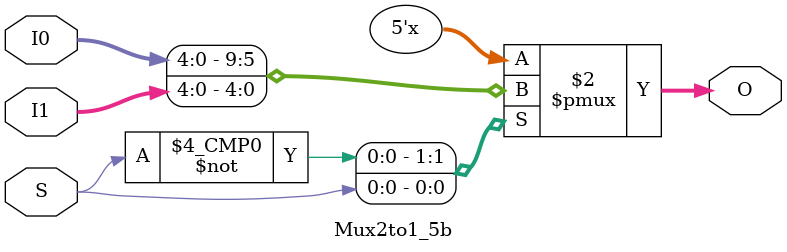
<source format=v>
`ifndef _Mux2to1_5b
`define _Mux2to1_5b

module Mux2to1_5b(
    input wire S,
    input wire [4:0] I0,
    input wire [4:0] I1,
    output reg [4:0] O
);

    always @ * begin
        case (S)
            1'b0:
                O <= I0;
            1'b1:
                O <= I1;
            default: begin
                // exception
                O <= 0;
            end
        endcase
    end

endmodule

`endif

</source>
